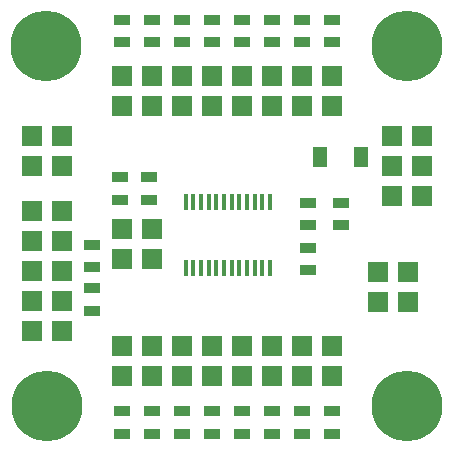
<source format=gbr>
G04 #@! TF.FileFunction,Soldermask,Bot*
%FSLAX46Y46*%
G04 Gerber Fmt 4.6, Leading zero omitted, Abs format (unit mm)*
G04 Created by KiCad (PCBNEW 0.201503110816+5502~22~ubuntu14.04.1-product) date St 11. březen 2015, 23:46:55 CET*
%MOMM*%
G01*
G04 APERTURE LIST*
%ADD10C,0.100000*%
%ADD11R,1.651000X1.651000*%
%ADD12R,1.397000X0.889000*%
%ADD13R,0.419100X1.470660*%
%ADD14C,6.000000*%
%ADD15R,1.300480X1.699260*%
G04 APERTURE END LIST*
D10*
D11*
X36830000Y12700000D03*
X36830000Y15240000D03*
X36830000Y17780000D03*
X34290000Y17780000D03*
X34290000Y15240000D03*
X34290000Y12700000D03*
D12*
X8890000Y4889500D03*
X8890000Y2984500D03*
X11303000Y12382500D03*
X11303000Y14287500D03*
X8890000Y6667500D03*
X8890000Y8572500D03*
X13716000Y12382500D03*
X13716000Y14287500D03*
X29210000Y27622500D03*
X29210000Y25717500D03*
X11430000Y-7429500D03*
X11430000Y-5524500D03*
X26670000Y27622500D03*
X26670000Y25717500D03*
X21590000Y-7429500D03*
X21590000Y-5524500D03*
X24130000Y27622500D03*
X24130000Y25717500D03*
X16510000Y-7429500D03*
X16510000Y-5524500D03*
X21590000Y27622500D03*
X21590000Y25717500D03*
X19050000Y-7429500D03*
X19050000Y-5524500D03*
X19050000Y27622500D03*
X19050000Y25717500D03*
X13970000Y-7429500D03*
X13970000Y-5524500D03*
X13970000Y27622500D03*
X13970000Y25717500D03*
X16510000Y27622500D03*
X16510000Y25717500D03*
X24130000Y-7429500D03*
X24130000Y-5524500D03*
X11430000Y27622500D03*
X11430000Y25717500D03*
X26670000Y-7429500D03*
X26670000Y-5524500D03*
X29210000Y-7493000D03*
X29210000Y-5524500D03*
D13*
X20756880Y12197080D03*
X21407120Y12197080D03*
X22057360Y12197080D03*
X22707600Y12197080D03*
X18816320Y6604000D03*
X18806160Y12197080D03*
X19456400Y12197080D03*
X20106640Y12197080D03*
X23357840Y6598920D03*
X22707600Y6598920D03*
X22057360Y6598920D03*
X21407120Y6598920D03*
X20756880Y6598920D03*
X20106640Y6598920D03*
X23357840Y12197080D03*
X19456400Y6604000D03*
X18155920Y12197080D03*
X24008080Y12197080D03*
X24008080Y6598920D03*
X18155920Y6598920D03*
X17508220Y12197080D03*
X17508220Y6598920D03*
X16857980Y12197080D03*
X16857980Y6598920D03*
D11*
X11430000Y7366000D03*
X11430000Y9906000D03*
D14*
X5080000Y-5080000D03*
X35560000Y25400000D03*
X5050000Y25400000D03*
X35560000Y-5080000D03*
D11*
X3810000Y17780000D03*
X3810000Y15240000D03*
X6350000Y15240000D03*
X6350000Y17780000D03*
X3810000Y3810000D03*
X6350000Y11430000D03*
X6350000Y6350000D03*
X3810000Y11430000D03*
X6350000Y1270000D03*
X6350000Y3810000D03*
X6350000Y8890000D03*
X3810000Y1270000D03*
X3810000Y8890000D03*
X3810000Y6350000D03*
X13970000Y9906000D03*
X13970000Y7366000D03*
X13970000Y22860000D03*
X11430000Y22860000D03*
X29210000Y20320000D03*
X26670000Y20320000D03*
X16510000Y22860000D03*
X24130000Y20320000D03*
X21590000Y22860000D03*
X29210000Y22860000D03*
X21590000Y20320000D03*
X16510000Y20320000D03*
X24130000Y22860000D03*
X11430000Y20320000D03*
X13970000Y20320000D03*
X19050000Y20320000D03*
X26670000Y22860000D03*
X19050000Y22860000D03*
X26670000Y-2540000D03*
X29210000Y-2540000D03*
X11430000Y0D03*
X13970000Y0D03*
X24130000Y-2540000D03*
X16510000Y0D03*
X19050000Y-2540000D03*
X11430000Y-2540000D03*
X19050000Y0D03*
X24130000Y0D03*
X16510000Y-2540000D03*
X29210000Y0D03*
X26670000Y0D03*
X21590000Y0D03*
X13970000Y-2540000D03*
X21590000Y-2540000D03*
X33147000Y6223000D03*
X35687000Y6223000D03*
X35687000Y3683000D03*
X33147000Y3683000D03*
D12*
X27178000Y8318500D03*
X27178000Y6413500D03*
X27178000Y10223500D03*
X27178000Y12128500D03*
X29972000Y10223500D03*
X29972000Y12128500D03*
D15*
X28221940Y16002000D03*
X31722060Y16002000D03*
M02*

</source>
